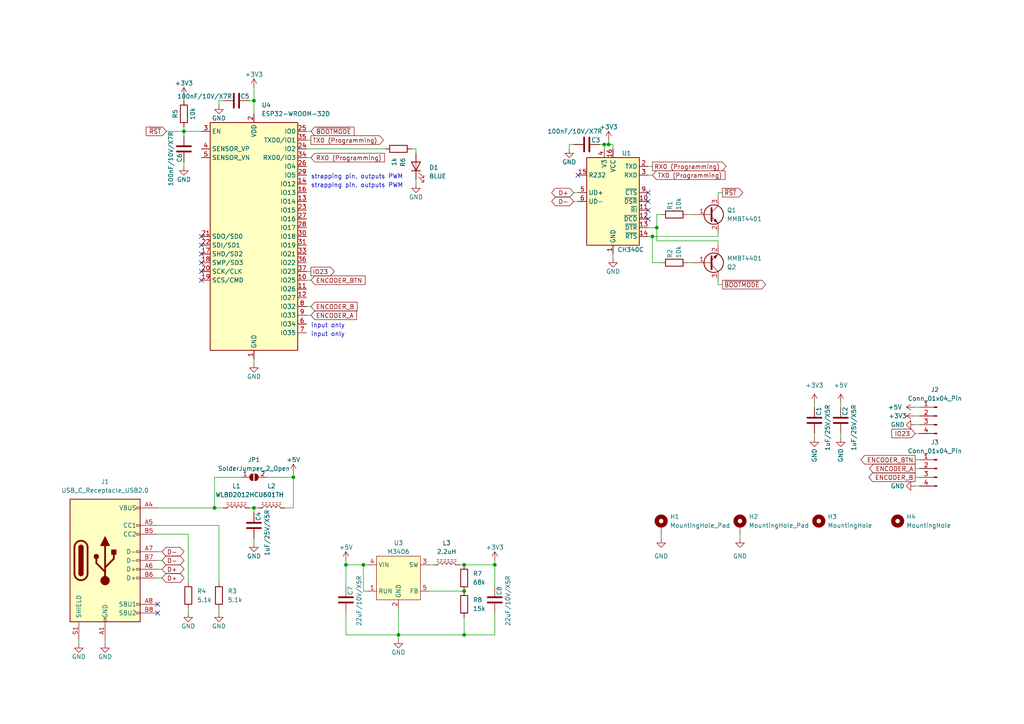
<source format=kicad_sch>
(kicad_sch (version 20231120) (generator "eeschema") (generator_version "8.0")
  (paper "A4")
  (lib_symbols
    (symbol "Connector:Conn_01x04_Pin" (pin_names (offset 1.016) hide)
      (property "Reference" "J" (at 0 5.08 0))
      (property "Value" "Conn_01x04_Pin" (at 0 -7.62 0))
      (symbol "Conn_01x04_Pin_1_1"
        (polyline (pts (xy 1.27 -5.08) (xy 0.8636 -5.08)) (stroke (width 0.1524)))
        (polyline (pts (xy 1.27 -2.54) (xy 0.8636 -2.54)) (stroke (width 0.1524)))
        (polyline (pts (xy 1.27 0) (xy 0.8636 0)) (stroke (width 0.1524)))
        (polyline (pts (xy 1.27 2.54) (xy 0.8636 2.54)) (stroke (width 0.1524)))
        (rectangle (start 0.8636 -4.953) (end 0 -5.207) (stroke (width 0.1524)) (fill (type outline)))
        (rectangle (start 0.8636 -2.413) (end 0 -2.667) (stroke (width 0.1524)) (fill (type outline)))
        (rectangle (start 0.8636 0.127) (end 0 -0.127) (stroke (width 0.1524)) (fill (type outline)))
        (rectangle (start 0.8636 2.667) (end 0 2.413) (stroke (width 0.1524)) (fill (type outline)))
        (pin passive line (at 5.08 2.54 180) (length 3.81) (name "Pin_1") (number "1"))
        (pin passive line (at 5.08 0 180) (length 3.81) (name "Pin_2") (number "2"))
        (pin passive line (at 5.08 -2.54 180) (length 3.81) (name "Pin_3") (number "3"))
        (pin passive line (at 5.08 -5.08 180) (length 3.81) (name "Pin_4") (number "4"))
      )
    )
    (symbol "Connector:USB_C_Receptacle_USB2.0" (pin_names (offset 1.016))
      (property "Reference" "J" (at -10.16 19.05 0))
      (property "Value" "USB_C_Receptacle_USB2.0" (at 19.05 19.05 0))
      (symbol "USB_C_Receptacle_USB2.0_0_0"
        (rectangle (start -0.254 -17.78) (end 0.254 -16.764))
        (rectangle (start 10.16 -14.986) (end 9.144 -15.494))
        (rectangle (start 10.16 -12.446) (end 9.144 -12.954))
        (rectangle (start 10.16 -4.826) (end 9.144 -5.334))
        (rectangle (start 10.16 -2.286) (end 9.144 -2.794))
        (rectangle (start 10.16 0.254) (end 9.144 -0.254))
        (rectangle (start 10.16 2.794) (end 9.144 2.286))
        (rectangle (start 10.16 7.874) (end 9.144 7.366))
        (rectangle (start 10.16 10.414) (end 9.144 9.906))
        (rectangle (start 10.16 15.494) (end 9.144 14.986))
      )
      (symbol "USB_C_Receptacle_USB2.0_0_1"
        (rectangle (start -10.16 17.78) (end 10.16 -17.78) (stroke (width 0.254)) (fill (type background)))
        (arc (start -8.89 -3.81) (mid -6.985 -5.7067) (end -5.08 -3.81) (stroke (width 0.508)))
        (arc (start -7.62 -3.81) (mid -6.985 -4.4423) (end -6.35 -3.81) (stroke (width 0.254)))
        (arc (start -7.62 -3.81) (mid -6.985 -4.4423) (end -6.35 -3.81) (stroke (width 0.254)) (fill (type outline)))
        (rectangle (start -7.62 -3.81) (end -6.35 3.81) (stroke (width 0.254)) (fill (type outline)))
        (arc (start -6.35 3.81) (mid -6.985 4.4423) (end -7.62 3.81) (stroke (width 0.254)))
        (arc (start -6.35 3.81) (mid -6.985 4.4423) (end -7.62 3.81) (stroke (width 0.254)) (fill (type outline)))
        (arc (start -5.08 3.81) (mid -6.985 5.7067) (end -8.89 3.81) (stroke (width 0.508)))
        (circle (center -2.54 1.143) (radius 0.635) (stroke (width 0.254)) (fill (type outline)))
        (circle (center 0 -5.842) (radius 1.27) (fill (type outline)))
        (polyline (pts (xy -8.89 -3.81) (xy -8.89 3.81)) (stroke (width 0.508)))
        (polyline (pts (xy -5.08 3.81) (xy -5.08 -3.81)) (stroke (width 0.508)))
        (polyline (pts (xy 0 -5.842) (xy 0 4.318)) (stroke (width 0.508)))
        (polyline (pts (xy 0 -3.302) (xy -2.54 -0.762) (xy -2.54 0.508)) (stroke (width 0.508)))
        (polyline (pts (xy 0 -2.032) (xy 2.54 0.508) (xy 2.54 1.778)) (stroke (width 0.508)))
        (polyline (pts (xy -1.27 4.318) (xy 0 6.858) (xy 1.27 4.318) (xy -1.27 4.318)) (stroke (width 0.254)) (fill (type outline)))
        (rectangle (start 1.905 1.778) (end 3.175 3.048) (stroke (width 0.254)) (fill (type outline)))
      )
      (symbol "USB_C_Receptacle_USB2.0_1_1"
        (pin passive line (at 0 -22.86 90) (length 5.08) (name "GND") (number "A1"))
        (pin passive line (at 0 -22.86 90) (length 5.08) hide (name "GND") (number "A12"))
        (pin passive line (at 15.24 15.24 180) (length 5.08) (name "VBUS") (number "A4"))
        (pin bidirectional line (at 15.24 10.16 180) (length 5.08) (name "CC1") (number "A5"))
        (pin bidirectional line (at 15.24 -2.54 180) (length 5.08) (name "D+") (number "A6"))
        (pin bidirectional line (at 15.24 2.54 180) (length 5.08) (name "D-") (number "A7"))
        (pin bidirectional line (at 15.24 -12.7 180) (length 5.08) (name "SBU1") (number "A8"))
        (pin passive line (at 15.24 15.24 180) (length 5.08) hide (name "VBUS") (number "A9"))
        (pin passive line (at 0 -22.86 90) (length 5.08) hide (name "GND") (number "B1"))
        (pin passive line (at 0 -22.86 90) (length 5.08) hide (name "GND") (number "B12"))
        (pin passive line (at 15.24 15.24 180) (length 5.08) hide (name "VBUS") (number "B4"))
        (pin bidirectional line (at 15.24 7.62 180) (length 5.08) (name "CC2") (number "B5"))
        (pin bidirectional line (at 15.24 -5.08 180) (length 5.08) (name "D+") (number "B6"))
        (pin bidirectional line (at 15.24 0 180) (length 5.08) (name "D-") (number "B7"))
        (pin bidirectional line (at 15.24 -15.24 180) (length 5.08) (name "SBU2") (number "B8"))
        (pin passive line (at 15.24 15.24 180) (length 5.08) hide (name "VBUS") (number "B9"))
        (pin passive line (at -7.62 -22.86 90) (length 5.08) (name "SHIELD") (number "S1"))
      )
    )
    (symbol "Device:C" (pin_numbers hide) (pin_names (offset 0.254))
      (property "Reference" "C" (at 0.635 2.54 0))
      (property "Value" "C" (at 0.635 -2.54 0))
      (symbol "C_0_1"
        (polyline (pts (xy -2.032 -0.762) (xy 2.032 -0.762)) (stroke (width 0.508)))
        (polyline (pts (xy -2.032 0.762) (xy 2.032 0.762)) (stroke (width 0.508)))
      )
      (symbol "C_1_1"
        (pin passive line (at 0 3.81 270) (length 2.794) (name "~") (number "1"))
        (pin passive line (at 0 -3.81 90) (length 2.794) (name "~") (number "2"))
      )
    )
    (symbol "Device:LED" (pin_numbers hide) (pin_names (offset 1.016) hide)
      (property "Reference" "D" (at 0 2.54 0))
      (property "Value" "LED" (at 0 -2.54 0))
      (symbol "LED_0_1"
        (polyline (pts (xy -1.27 -1.27) (xy -1.27 1.27)) (stroke (width 0.254)))
        (polyline (pts (xy -1.27 0) (xy 1.27 0)))
        (polyline (pts (xy 1.27 -1.27) (xy 1.27 1.27) (xy -1.27 0) (xy 1.27 -1.27)) (stroke (width 0.254)))
        (polyline (pts (xy -3.048 -0.762) (xy -4.572 -2.286) (xy -3.81 -2.286) (xy -4.572 -2.286) (xy -4.572 -1.524)))
        (polyline (pts (xy -1.778 -0.762) (xy -3.302 -2.286) (xy -2.54 -2.286) (xy -3.302 -2.286) (xy -3.302 -1.524)))
      )
      (symbol "LED_1_1"
        (pin passive line (at -3.81 0 0) (length 2.54) (name "K") (number "1"))
        (pin passive line (at 3.81 0 180) (length 2.54) (name "A") (number "2"))
      )
    )
    (symbol "Device:L_Ferrite" (pin_numbers hide) (pin_names (offset 1.016) hide)
      (property "Reference" "L" (at -1.27 0 90))
      (property "Value" "L_Ferrite" (at 2.794 0 90))
      (symbol "L_Ferrite_0_1"
        (arc (start 0 -2.54) (mid 0.6323 -1.905) (end 0 -1.27))
        (arc (start 0 -1.27) (mid 0.6323 -0.635) (end 0 0))
        (polyline (pts (xy 1.016 -2.794) (xy 1.016 -2.286)))
        (polyline (pts (xy 1.016 -1.778) (xy 1.016 -1.27)))
        (polyline (pts (xy 1.016 -0.762) (xy 1.016 -0.254)))
        (polyline (pts (xy 1.016 0.254) (xy 1.016 0.762)))
        (polyline (pts (xy 1.016 1.27) (xy 1.016 1.778)))
        (polyline (pts (xy 1.016 2.286) (xy 1.016 2.794)))
        (polyline (pts (xy 1.524 -2.286) (xy 1.524 -2.794)))
        (polyline (pts (xy 1.524 -1.27) (xy 1.524 -1.778)))
        (polyline (pts (xy 1.524 -0.254) (xy 1.524 -0.762)))
        (polyline (pts (xy 1.524 0.762) (xy 1.524 0.254)))
        (polyline (pts (xy 1.524 1.778) (xy 1.524 1.27)))
        (polyline (pts (xy 1.524 2.794) (xy 1.524 2.286)))
        (arc (start 0 0) (mid 0.6323 0.635) (end 0 1.27))
        (arc (start 0 1.27) (mid 0.6323 1.905) (end 0 2.54))
      )
      (symbol "L_Ferrite_1_1"
        (pin passive line (at 0 3.81 270) (length 1.27) (name "1") (number "1"))
        (pin passive line (at 0 -3.81 90) (length 1.27) (name "2") (number "2"))
      )
    )
    (symbol "Device:Q_NPN_BEC" (pin_names (offset 0) hide)
      (property "Reference" "Q" (at 5.08 1.27 0))
      (property "Value" "Q_NPN_BEC" (at 5.08 -1.27 0))
      (symbol "Q_NPN_BEC_0_1"
        (polyline (pts (xy 0.635 0.635) (xy 2.54 2.54)))
        (polyline (pts (xy 0.635 -0.635) (xy 2.54 -2.54) (xy 2.54 -2.54)))
        (polyline (pts (xy 0.635 1.905) (xy 0.635 -1.905) (xy 0.635 -1.905)) (stroke (width 0.508)))
        (polyline (pts (xy 1.27 -1.778) (xy 1.778 -1.27) (xy 2.286 -2.286) (xy 1.27 -1.778) (xy 1.27 -1.778)) (fill (type outline)))
        (circle (center 1.27 0) (radius 2.8194) (stroke (width 0.254)))
      )
      (symbol "Q_NPN_BEC_1_1"
        (pin input line (at -5.08 0 0) (length 5.715) (name "B") (number "1"))
        (pin passive line (at 2.54 -5.08 90) (length 2.54) (name "E") (number "2"))
        (pin passive line (at 2.54 5.08 270) (length 2.54) (name "C") (number "3"))
      )
    )
    (symbol "Device:R" (pin_numbers hide) (pin_names (offset 0))
      (property "Reference" "R" (at 2.032 0 90))
      (property "Value" "R" (at 0 0 90))
      (symbol "R_0_1"
        (rectangle (start -1.016 -2.54) (end 1.016 2.54) (stroke (width 0.254)))
      )
      (symbol "R_1_1"
        (pin passive line (at 0 3.81 270) (length 1.27) (name "~") (number "1"))
        (pin passive line (at 0 -3.81 90) (length 1.27) (name "~") (number "2"))
      )
    )
    (symbol "Interface_USB:CH340C"
      (property "Reference" "U" (at -5.08 13.97 0))
      (property "Value" "CH340C" (at 1.27 13.97 0))
      (symbol "CH340C_0_1"
        (rectangle (start -7.62 12.7) (end 7.62 -12.7) (stroke (width 0.254)) (fill (type background)))
      )
      (symbol "CH340C_1_1"
        (pin power_in line (at 0 -15.24 90) (length 2.54) (name "GND") (number "1"))
        (pin input line (at 10.16 0 180) (length 2.54) (name "~{DSR}") (number "10"))
        (pin input line (at 10.16 -2.54 180) (length 2.54) (name "~{RI}") (number "11"))
        (pin input line (at 10.16 -5.08 180) (length 2.54) (name "~{DCD}") (number "12"))
        (pin output line (at 10.16 -7.62 180) (length 2.54) (name "~{DTR}") (number "13"))
        (pin output line (at 10.16 -10.16 180) (length 2.54) (name "~{RTS}") (number "14"))
        (pin input line (at -10.16 7.62 0) (length 2.54) (name "R232") (number "15"))
        (pin power_in line (at 0 15.24 270) (length 2.54) (name "VCC") (number "16"))
        (pin output line (at 10.16 10.16 180) (length 2.54) (name "TXD") (number "2"))
        (pin input line (at 10.16 7.62 180) (length 2.54) (name "RXD") (number "3"))
        (pin passive line (at -2.54 15.24 270) (length 2.54) (name "V3") (number "4"))
        (pin bidirectional line (at -10.16 2.54 0) (length 2.54) (name "UD+") (number "5"))
        (pin bidirectional line (at -10.16 0 0) (length 2.54) (name "UD-") (number "6"))
        (pin no_connect line (at -7.62 -7.62 0) (length 2.54) hide (name "NC") (number "7"))
        (pin no_connect line (at -7.62 -10.16 0) (length 2.54) hide (name "NC") (number "8"))
        (pin input line (at 10.16 2.54 180) (length 2.54) (name "~{CTS}") (number "9"))
      )
    )
    (symbol "Jumper:SolderJumper_2_Open" (pin_names (offset 0) hide)
      (property "Reference" "JP" (at 0 2.032 0))
      (property "Value" "SolderJumper_2_Open" (at 0 -2.54 0))
      (symbol "SolderJumper_2_Open_0_1"
        (arc (start -0.254 1.016) (mid -1.2656 0) (end -0.254 -1.016))
        (arc (start -0.254 1.016) (mid -1.2656 0) (end -0.254 -1.016) (fill (type outline)))
        (polyline (pts (xy -0.254 1.016) (xy -0.254 -1.016)))
        (polyline (pts (xy 0.254 1.016) (xy 0.254 -1.016)))
        (arc (start 0.254 -1.016) (mid 1.2656 0) (end 0.254 1.016))
        (arc (start 0.254 -1.016) (mid 1.2656 0) (end 0.254 1.016) (fill (type outline)))
      )
      (symbol "SolderJumper_2_Open_1_1"
        (pin passive line (at -3.81 0 0) (length 2.54) (name "A") (number "1"))
        (pin passive line (at 3.81 0 180) (length 2.54) (name "B") (number "2"))
      )
    )
    (symbol "Mechanical:MountingHole" (pin_names (offset 1.016))
      (property "Reference" "H" (at 0 5.08 0))
      (property "Value" "MountingHole" (at 0 3.175 0))
      (symbol "MountingHole_0_1"
        (circle (center 0 0) (radius 1.27) (stroke (width 1.27)))
      )
    )
    (symbol "Mechanical:MountingHole_Pad" (pin_numbers hide) (pin_names (offset 1.016) hide)
      (property "Reference" "H" (at 0 6.35 0))
      (property "Value" "MountingHole_Pad" (at 0 4.445 0))
      (symbol "MountingHole_Pad_0_1"
        (circle (center 0 1.27) (radius 1.27) (stroke (width 1.27)))
      )
      (symbol "MountingHole_Pad_1_1"
        (pin input line (at 0 -2.54 90) (length 2.54) (name "1") (number "1"))
      )
    )
    (symbol "RF_Module:ESP32-WROOM-32D"
      (property "Reference" "U" (at -12.7 34.29 0))
      (property "Value" "ESP32-WROOM-32D" (at 1.27 34.29 0))
      (symbol "ESP32-WROOM-32D_0_1"
        (rectangle (start -12.7 33.02) (end 12.7 -33.02) (stroke (width 0.254)) (fill (type background)))
      )
      (symbol "ESP32-WROOM-32D_1_1"
        (pin power_in line (at 0 -35.56 90) (length 2.54) (name "GND") (number "1"))
        (pin bidirectional line (at 15.24 -12.7 180) (length 2.54) (name "IO25") (number "10"))
        (pin bidirectional line (at 15.24 -15.24 180) (length 2.54) (name "IO26") (number "11"))
        (pin bidirectional line (at 15.24 -17.78 180) (length 2.54) (name "IO27") (number "12"))
        (pin bidirectional line (at 15.24 10.16 180) (length 2.54) (name "IO14") (number "13"))
        (pin bidirectional line (at 15.24 15.24 180) (length 2.54) (name "IO12") (number "14"))
        (pin passive line (at 0 -35.56 90) (length 2.54) hide (name "GND") (number "15"))
        (pin bidirectional line (at 15.24 12.7 180) (length 2.54) (name "IO13") (number "16"))
        (pin bidirectional line (at -15.24 -5.08 0) (length 2.54) (name "SHD/SD2") (number "17"))
        (pin bidirectional line (at -15.24 -7.62 0) (length 2.54) (name "SWP/SD3") (number "18"))
        (pin bidirectional line (at -15.24 -12.7 0) (length 2.54) (name "SCS/CMD") (number "19"))
        (pin power_in line (at 0 35.56 270) (length 2.54) (name "VDD") (number "2"))
        (pin bidirectional line (at -15.24 -10.16 0) (length 2.54) (name "SCK/CLK") (number "20"))
        (pin bidirectional line (at -15.24 0 0) (length 2.54) (name "SDO/SD0") (number "21"))
        (pin bidirectional line (at -15.24 -2.54 0) (length 2.54) (name "SDI/SD1") (number "22"))
        (pin bidirectional line (at 15.24 7.62 180) (length 2.54) (name "IO15") (number "23"))
        (pin bidirectional line (at 15.24 25.4 180) (length 2.54) (name "IO2") (number "24"))
        (pin bidirectional line (at 15.24 30.48 180) (length 2.54) (name "IO0") (number "25"))
        (pin bidirectional line (at 15.24 20.32 180) (length 2.54) (name "IO4") (number "26"))
        (pin bidirectional line (at 15.24 5.08 180) (length 2.54) (name "IO16") (number "27"))
        (pin bidirectional line (at 15.24 2.54 180) (length 2.54) (name "IO17") (number "28"))
        (pin bidirectional line (at 15.24 17.78 180) (length 2.54) (name "IO5") (number "29"))
        (pin input line (at -15.24 30.48 0) (length 2.54) (name "EN") (number "3"))
        (pin bidirectional line (at 15.24 0 180) (length 2.54) (name "IO18") (number "30"))
        (pin bidirectional line (at 15.24 -2.54 180) (length 2.54) (name "IO19") (number "31"))
        (pin no_connect line (at -12.7 -27.94 0) (length 2.54) hide (name "NC") (number "32"))
        (pin bidirectional line (at 15.24 -5.08 180) (length 2.54) (name "IO21") (number "33"))
        (pin bidirectional line (at 15.24 22.86 180) (length 2.54) (name "RXD0/IO3") (number "34"))
        (pin bidirectional line (at 15.24 27.94 180) (length 2.54) (name "TXD0/IO1") (number "35"))
        (pin bidirectional line (at 15.24 -7.62 180) (length 2.54) (name "IO22") (number "36"))
        (pin bidirectional line (at 15.24 -10.16 180) (length 2.54) (name "IO23") (number "37"))
        (pin passive line (at 0 -35.56 90) (length 2.54) hide (name "GND") (number "38"))
        (pin passive line (at 0 -35.56 90) (length 2.54) hide (name "GND") (number "39"))
        (pin input line (at -15.24 25.4 0) (length 2.54) (name "SENSOR_VP") (number "4"))
        (pin input line (at -15.24 22.86 0) (length 2.54) (name "SENSOR_VN") (number "5"))
        (pin input line (at 15.24 -25.4 180) (length 2.54) (name "IO34") (number "6"))
        (pin input line (at 15.24 -27.94 180) (length 2.54) (name "IO35") (number "7"))
        (pin bidirectional line (at 15.24 -20.32 180) (length 2.54) (name "IO32") (number "8"))
        (pin bidirectional line (at 15.24 -22.86 180) (length 2.54) (name "IO33") (number "9"))
      )
    )
    (symbol "Station:M3406"
      (property "Reference" "U" (at 3.81 7.62 0))
      (property "Value" "M3406" (at 5.08 -7.62 0))
      (symbol "M3406_1_1"
        (rectangle (start -6.35 6.35) (end 6.35 -6.35) (fill (type background)))
        (pin input line (at -8.89 -3.81 0) (length 2.54) (name "RUN") (number "1"))
        (pin power_in line (at 0 -8.89 90) (length 2.54) (name "GND") (number "2"))
        (pin power_out line (at 8.89 3.81 180) (length 2.54) (name "SW") (number "3"))
        (pin power_in line (at -8.89 3.81 0) (length 2.54) (name "VIN") (number "4"))
        (pin input line (at 8.89 -3.81 180) (length 2.54) (name "FB") (number "5"))
      )
    )
    (symbol "power:+3V3" (power) (pin_names (offset 0))
      (property "Value" "+3V3" (at 0 3.556 0))
      (symbol "+3V3_0_1"
        (polyline (pts (xy -0.762 1.27) (xy 0 2.54)))
        (polyline (pts (xy 0 0) (xy 0 2.54)))
        (polyline (pts (xy 0 2.54) (xy 0.762 1.27)))
      )
      (symbol "+3V3_1_1"
        (pin power_in line (at 0 0 90) (length 0) hide (name "+3V3") (number "1"))
      )
    )
    (symbol "power:+5V" (power) (pin_names (offset 0))
      (property "Value" "+5V" (at 0 3.556 0))
      (symbol "+5V_0_1"
        (polyline (pts (xy -0.762 1.27) (xy 0 2.54)))
        (polyline (pts (xy 0 0) (xy 0 2.54)))
        (polyline (pts (xy 0 2.54) (xy 0.762 1.27)))
      )
      (symbol "+5V_1_1"
        (pin power_in line (at 0 0 90) (length 0) hide (name "+5V") (number "1"))
      )
    )
    (symbol "power:GND" (power) (pin_names (offset 0))
      (property "Value" "GND" (at 0 -3.81 0))
      (symbol "GND_0_1"
        (polyline (pts (xy 0 0) (xy 0 -1.27) (xy 1.27 -1.27) (xy 0 -2.54) (xy -1.27 -1.27) (xy 0 -1.27)))
      )
      (symbol "GND_1_1"
        (pin power_in line (at 0 0 270) (length 0) hide (name "GND") (number "1"))
      )
    )
  )
  (junction (at 143.51 163.83))
  (junction (at 100.33 163.83))
  (junction (at 62.23 147.32))
  (junction (at 134.62 184.15))
  (junction (at 73.66 147.32))
  (junction (at 190.5 66.04))
  (junction (at 175.26 41.91))
  (junction (at 53.34 38.1))
  (junction (at 176.53 41.91))
  (junction (at 134.62 171.45))
  (junction (at 105.41 163.83))
  (junction (at 189.23 68.58))
  (junction (at 85.09 138.43))
  (junction (at 134.62 163.83))
  (junction (at 115.57 184.15))
  (junction (at 73.66 29.21))
  (no_connect (at 167.64 50.8))
  (no_connect (at 58.42 73.66))
  (no_connect (at 58.42 71.12))
  (no_connect (at 187.96 60.96))
  (no_connect (at 45.72 177.8))
  (no_connect (at 58.42 81.28))
  (no_connect (at 187.96 55.88))
  (no_connect (at 187.96 58.42))
  (no_connect (at 58.42 68.58))
  (no_connect (at 187.96 63.5))
  (no_connect (at 58.42 78.74))
  (no_connect (at 45.72 175.26))
  (no_connect (at 58.42 76.2))
  (wire (pts (xy 134.62 163.83) (xy 143.51 163.83)))
  (wire (pts (xy 243.84 127) (xy 243.84 125.73)))
  (wire (pts (xy 105.41 171.45) (xy 105.41 163.83)))
  (wire (pts (xy 53.34 36.83) (xy 53.34 38.1)))
  (wire (pts (xy 45.72 147.32) (xy 62.23 147.32)))
  (wire (pts (xy 208.28 68.58) (xy 208.28 67.31)))
  (wire (pts (xy 208.28 55.88) (xy 208.28 57.15)))
  (wire (pts (xy 90.17 81.28) (xy 88.9 81.28)))
  (wire (pts (xy 143.51 163.83) (xy 143.51 170.18)))
  (wire (pts (xy 265.43 125.73) (xy 266.7 125.73)))
  (wire (pts (xy 100.33 163.83) (xy 105.41 163.83)))
  (wire (pts (xy 175.26 43.18) (xy 175.26 41.91)))
  (wire (pts (xy 187.96 50.8) (xy 189.23 50.8)))
  (wire (pts (xy 190.5 69.85) (xy 190.5 66.04)))
  (wire (pts (xy 88.9 38.1) (xy 90.17 38.1)))
  (wire (pts (xy 73.66 147.32) (xy 73.66 148.59)))
  (wire (pts (xy 72.39 29.21) (xy 73.66 29.21)))
  (wire (pts (xy 45.72 165.1) (xy 46.99 165.1)))
  (wire (pts (xy 208.28 69.85) (xy 190.5 69.85)))
  (wire (pts (xy 22.86 185.42) (xy 22.86 186.69)))
  (wire (pts (xy 82.55 147.32) (xy 85.09 147.32)))
  (wire (pts (xy 63.5 29.21) (xy 64.77 29.21)))
  (wire (pts (xy 90.17 45.72) (xy 88.9 45.72)))
  (wire (pts (xy 45.72 154.94) (xy 54.61 154.94)))
  (wire (pts (xy 30.48 185.42) (xy 30.48 186.69)))
  (wire (pts (xy 265.43 138.43) (xy 266.7 138.43)))
  (wire (pts (xy 208.28 82.55) (xy 209.55 82.55)))
  (wire (pts (xy 53.34 27.94) (xy 53.34 29.21)))
  (wire (pts (xy 199.39 62.23) (xy 200.66 62.23)))
  (wire (pts (xy 120.65 52.07) (xy 120.65 53.34)))
  (wire (pts (xy 100.33 162.56) (xy 100.33 163.83)))
  (wire (pts (xy 199.39 76.2) (xy 200.66 76.2)))
  (wire (pts (xy 124.46 163.83) (xy 125.73 163.83)))
  (wire (pts (xy 72.39 147.32) (xy 73.66 147.32)))
  (wire (pts (xy 265.43 135.89) (xy 266.7 135.89)))
  (wire (pts (xy 73.66 105.41) (xy 73.66 104.14)))
  (wire (pts (xy 45.72 152.4) (xy 63.5 152.4)))
  (wire (pts (xy 208.28 81.28) (xy 208.28 82.55)))
  (wire (pts (xy 115.57 184.15) (xy 100.33 184.15)))
  (wire (pts (xy 69.85 138.43) (xy 62.23 138.43)))
  (wire (pts (xy 191.77 156.21) (xy 191.77 154.94)))
  (wire (pts (xy 134.62 184.15) (xy 134.62 179.07)))
  (wire (pts (xy 176.53 40.64) (xy 176.53 41.91)))
  (wire (pts (xy 166.37 58.42) (xy 167.64 58.42)))
  (wire (pts (xy 115.57 176.53) (xy 115.57 184.15)))
  (wire (pts (xy 189.23 68.58) (xy 208.28 68.58)))
  (wire (pts (xy 187.96 68.58) (xy 189.23 68.58)))
  (wire (pts (xy 115.57 184.15) (xy 134.62 184.15)))
  (wire (pts (xy 187.96 66.04) (xy 190.5 66.04)))
  (wire (pts (xy 214.63 156.21) (xy 214.63 154.94)))
  (wire (pts (xy 236.22 116.84) (xy 236.22 118.11)))
  (wire (pts (xy 115.57 184.15) (xy 115.57 185.42)))
  (wire (pts (xy 73.66 147.32) (xy 74.93 147.32)))
  (wire (pts (xy 100.33 177.8) (xy 100.33 184.15)))
  (wire (pts (xy 48.26 38.1) (xy 53.34 38.1)))
  (wire (pts (xy 265.43 140.97) (xy 266.7 140.97)))
  (wire (pts (xy 62.23 147.32) (xy 64.77 147.32)))
  (wire (pts (xy 165.1 41.91) (xy 165.1 43.18)))
  (wire (pts (xy 265.43 120.65) (xy 266.7 120.65)))
  (wire (pts (xy 53.34 38.1) (xy 53.34 39.37)))
  (wire (pts (xy 177.8 41.91) (xy 177.8 43.18)))
  (wire (pts (xy 208.28 69.85) (xy 208.28 71.12)))
  (wire (pts (xy 90.17 40.64) (xy 88.9 40.64)))
  (wire (pts (xy 208.28 55.88) (xy 209.55 55.88)))
  (wire (pts (xy 88.9 43.18) (xy 111.76 43.18)))
  (wire (pts (xy 45.72 167.64) (xy 46.99 167.64)))
  (wire (pts (xy 173.99 41.91) (xy 175.26 41.91)))
  (wire (pts (xy 54.61 154.94) (xy 54.61 168.91)))
  (wire (pts (xy 90.17 78.74) (xy 88.9 78.74)))
  (wire (pts (xy 45.72 160.02) (xy 46.99 160.02)))
  (wire (pts (xy 62.23 138.43) (xy 62.23 147.32)))
  (wire (pts (xy 175.26 41.91) (xy 176.53 41.91)))
  (wire (pts (xy 100.33 170.18) (xy 100.33 163.83)))
  (wire (pts (xy 265.43 118.11) (xy 266.7 118.11)))
  (wire (pts (xy 120.65 43.18) (xy 120.65 44.45)))
  (wire (pts (xy 243.84 116.84) (xy 243.84 118.11)))
  (wire (pts (xy 187.96 48.26) (xy 189.23 48.26)))
  (wire (pts (xy 63.5 152.4) (xy 63.5 168.91)))
  (wire (pts (xy 177.8 73.66) (xy 177.8 74.93)))
  (wire (pts (xy 166.37 55.88) (xy 167.64 55.88)))
  (wire (pts (xy 90.17 91.44) (xy 88.9 91.44)))
  (wire (pts (xy 165.1 41.91) (xy 166.37 41.91)))
  (wire (pts (xy 73.66 25.4) (xy 73.66 29.21)))
  (wire (pts (xy 189.23 76.2) (xy 189.23 68.58)))
  (wire (pts (xy 143.51 184.15) (xy 143.51 177.8)))
  (wire (pts (xy 119.38 43.18) (xy 120.65 43.18)))
  (wire (pts (xy 191.77 76.2) (xy 189.23 76.2)))
  (wire (pts (xy 77.47 138.43) (xy 85.09 138.43)))
  (wire (pts (xy 53.34 38.1) (xy 58.42 38.1)))
  (wire (pts (xy 265.43 133.35) (xy 266.7 133.35)))
  (wire (pts (xy 190.5 66.04) (xy 190.5 62.23)))
  (wire (pts (xy 53.34 48.26) (xy 53.34 46.99)))
  (wire (pts (xy 190.5 62.23) (xy 191.77 62.23)))
  (wire (pts (xy 133.35 163.83) (xy 134.62 163.83)))
  (wire (pts (xy 73.66 157.48) (xy 73.66 156.21)))
  (wire (pts (xy 90.17 88.9) (xy 88.9 88.9)))
  (wire (pts (xy 106.68 171.45) (xy 105.41 171.45)))
  (wire (pts (xy 143.51 162.56) (xy 143.51 163.83)))
  (wire (pts (xy 45.72 162.56) (xy 46.99 162.56)))
  (wire (pts (xy 85.09 138.43) (xy 85.09 137.16)))
  (wire (pts (xy 176.53 41.91) (xy 177.8 41.91)))
  (wire (pts (xy 134.62 184.15) (xy 143.51 184.15)))
  (wire (pts (xy 265.43 123.19) (xy 266.7 123.19)))
  (wire (pts (xy 63.5 30.48) (xy 63.5 29.21)))
  (wire (pts (xy 63.5 176.53) (xy 63.5 177.8)))
  (wire (pts (xy 85.09 147.32) (xy 85.09 138.43)))
  (wire (pts (xy 73.66 29.21) (xy 73.66 33.02)))
  (wire (pts (xy 124.46 171.45) (xy 134.62 171.45)))
  (wire (pts (xy 236.22 127) (xy 236.22 125.73)))
  (wire (pts (xy 105.41 163.83) (xy 106.68 163.83)))
  (wire (pts (xy 54.61 176.53) (xy 54.61 177.8)))
  (text "strapping pin, outputs PWM\n" (at 90.17 52.07 0) (effects (font (size 1.27 1.27)) (justify left bottom)))
  (text "input only" (at 90.17 95.25 0) (effects (font (size 1.27 1.27)) (justify left bottom)))
  (text "strapping pin, outputs PWM\n" (at 90.17 54.61 0) (effects (font (size 1.27 1.27)) (justify left bottom)))
  (text "input only" (at 90.17 97.79 0) (effects (font (size 1.27 1.27)) (justify left bottom)))
  (global_label "~{BOOTMODE}" (shape input) (at 90.17 38.1 0) (property "Intersheetrefs" "${INTERSHEET_REFS}" (effects (hide yes))))
  (global_label "RX0 (Programming)" (shape input) (at 90.17 45.72 0) (property "Intersheetrefs" "${INTERSHEET_REFS}" (effects (hide yes))))
  (global_label "ENCODER_A" (shape output) (at 265.43 135.89 180) (property "Intersheetrefs" "${INTERSHEET_REFS}" (effects (hide yes))))
  (global_label "ENCODER_BTN" (shape output) (at 265.43 133.35 180) (property "Intersheetrefs" "${INTERSHEET_REFS}" (effects (hide yes))))
  (global_label "D-" (shape bidirectional) (at 166.37 58.42 180) (property "Intersheetrefs" "${INTERSHEET_REFS}" (effects (hide yes))))
  (global_label "IO23" (shape output) (at 90.17 78.74 0) (property "Intersheetrefs" "${INTERSHEET_REFS}" (effects (hide yes))))
  (global_label "ENCODER_BTN" (shape input) (at 90.17 81.28 0) (property "Intersheetrefs" "${INTERSHEET_REFS}" (effects (hide yes))))
  (global_label "ENCODER_A" (shape input) (at 90.17 91.44 0) (property "Intersheetrefs" "${INTERSHEET_REFS}" (effects (hide yes))))
  (global_label "TX0 (Programming)" (shape input) (at 189.23 50.8 0) (property "Intersheetrefs" "${INTERSHEET_REFS}" (effects (hide yes))))
  (global_label "~{BOOTMODE}" (shape output) (at 209.55 82.55 0) (property "Intersheetrefs" "${INTERSHEET_REFS}" (effects (hide yes))))
  (global_label "TX0 (Programming)" (shape output) (at 90.17 40.64 0) (property "Intersheetrefs" "${INTERSHEET_REFS}" (effects (hide yes))))
  (global_label "D-" (shape bidirectional) (at 46.99 160.02 0) (property "Intersheetrefs" "${INTERSHEET_REFS}" (effects (hide yes))))
  (global_label "IO23" (shape input) (at 265.43 125.73 180) (property "Intersheetrefs" "${INTERSHEET_REFS}" (effects (hide yes))))
  (global_label "ENCODER_B" (shape output) (at 265.43 138.43 180) (property "Intersheetrefs" "${INTERSHEET_REFS}" (effects (hide yes))))
  (global_label "RX0 (Programming)" (shape output) (at 189.23 48.26 0) (property "Intersheetrefs" "${INTERSHEET_REFS}" (effects (hide yes))))
  (global_label "D+" (shape bidirectional) (at 166.37 55.88 180) (property "Intersheetrefs" "${INTERSHEET_REFS}" (effects (hide yes))))
  (global_label "D+" (shape bidirectional) (at 46.99 167.64 0) (property "Intersheetrefs" "${INTERSHEET_REFS}" (effects (hide yes))))
  (global_label "~{RST}" (shape input) (at 48.26 38.1 180) (property "Intersheetrefs" "${INTERSHEET_REFS}" (effects (hide yes))))
  (global_label "D+" (shape bidirectional) (at 46.99 165.1 0) (property "Intersheetrefs" "${INTERSHEET_REFS}" (effects (hide yes))))
  (global_label "ENCODER_B" (shape input) (at 90.17 88.9 0) (property "Intersheetrefs" "${INTERSHEET_REFS}" (effects (hide yes))))
  (global_label "D-" (shape bidirectional) (at 46.99 162.56 0) (property "Intersheetrefs" "${INTERSHEET_REFS}" (effects (hide yes))))
  (global_label "~{RST}" (shape output) (at 209.55 55.88 0) (property "Intersheetrefs" "${INTERSHEET_REFS}" (effects (hide yes))))
  (symbol (lib_id "Device:C") (at 53.34 43.18 180) (unit 1)
    (property "Reference" "C6" (at 52.07 44.45 90) (effects (justify left)))
    (property "Value" "100nF/10V/X7R" (at 49.53 38.1 90) (effects (justify left)))
    (property "Footprint" "Capacitor_SMD:C_0603_1608Metric" (effects (hide yes)))
  )
  (symbol (lib_id "power:GND") (at 54.61 177.8 0) (unit 1)
    (property "Reference" "#PWR011" (effects (hide yes)))
    (property "Value" "GND" (at 54.61 181.61 0))
  )
  (symbol (lib_id "power:GND") (at 243.84 127 0) (unit 1)
    (property "Reference" "#PWR021" (effects (hide yes)))
    (property "Value" "GND" (at 243.84 132.08 90))
  )
  (symbol (lib_id "Station:M3406") (at 115.57 167.64 0) (unit 1)
    (property "Reference" "U3" (at 115.57 157.48 0))
    (property "Value" "M3406" (at 115.57 160.02 0))
    (property "Footprint" "Package_TO_SOT_SMD:SOT-23-5" (effects (hide yes)))
    (property "Datasheet" "https://datasheet.lcsc.com/lcsc/2304140030_XI-AN-Aerosemi-Tech-M3406-ADJ_C83224.pdf" (effects (hide yes)))
  )
  (symbol (lib_id "power:GND") (at 214.63 156.21 0) (unit 1)
    (property "Reference" "#PWR03" (effects (hide yes)))
    (property "Value" "GND" (at 214.63 161.29 0))
  )
  (symbol (lib_id "Device:R") (at 63.5 172.72 0) (unit 1)
    (property "Reference" "R3" (at 66.04 171.45 0) (effects (justify left)))
    (property "Value" "5.1k" (at 66.04 173.99 0) (effects (justify left)))
    (property "Footprint" "Resistor_SMD:R_0603_1608Metric" (effects (hide yes)))
  )
  (symbol (lib_id "Device:R") (at 53.34 33.02 180) (unit 1)
    (property "Reference" "R5" (at 50.8 33.02 90))
    (property "Value" "10k" (at 55.88 33.02 90))
    (property "Footprint" "Resistor_SMD:R_0603_1608Metric" (effects (hide yes)))
  )
  (symbol (lib_id "power:+3V3") (at 73.66 25.4 0) (unit 1)
    (property "Reference" "#PWR031" (effects (hide yes)))
    (property "Value" "+3V3" (at 73.66 21.59 0))
  )
  (symbol (lib_id "Device:C") (at 68.58 29.21 90) (unit 1)
    (property "Reference" "C5" (at 72.39 27.94 90) (effects (justify left)))
    (property "Value" "100nF/10V/X7R" (at 67.31 27.94 90) (effects (justify left)))
    (property "Footprint" "Capacitor_SMD:C_0603_1608Metric" (effects (hide yes)))
  )
  (symbol (lib_id "Connector:Conn_01x04_Pin") (at 271.78 120.65 0) (mirror y) (unit 1)
    (property "Reference" "J2" (at 271.145 113.03 0))
    (property "Value" "Conn_01x04_Pin" (at 271.145 115.57 0))
    (property "Footprint" "Connector_PinHeader_2.54mm:PinHeader_1x04_P2.54mm_Vertical" (effects (hide yes)))
  )
  (symbol (lib_id "power:GND") (at 63.5 30.48 0) (unit 1)
    (property "Reference" "#PWR030" (effects (hide yes)))
    (property "Value" "GND" (at 63.5 34.29 0))
  )
  (symbol (lib_id "Connector:Conn_01x04_Pin") (at 271.78 135.89 0) (mirror y) (unit 1)
    (property "Reference" "J3" (at 271.145 128.27 0))
    (property "Value" "Conn_01x04_Pin" (at 271.145 130.81 0))
    (property "Footprint" "Connector_PinHeader_2.54mm:PinHeader_1x04_P2.54mm_Vertical" (effects (hide yes)))
  )
  (symbol (lib_id "Connector:USB_C_Receptacle_USB2.0") (at 30.48 162.56 0) (unit 1)
    (property "Reference" "J1" (at 30.48 139.7 0))
    (property "Value" "USB_C_Receptacle_USB2.0" (at 30.48 142.24 0))
    (property "Footprint" "Connector_USB:USB_C_Receptacle_HRO_TYPE-C-31-M-12" (effects (hide yes)))
    (property "Datasheet" "https://www.usb.org/sites/default/files/documents/usb_type-c.zip" (effects (hide yes)))
  )
  (symbol (lib_id "power:GND") (at 120.65 53.34 0) (unit 1)
    (property "Reference" "#PWR033" (effects (hide yes)))
    (property "Value" "GND" (at 120.65 57.15 0))
  )
  (symbol (lib_id "power:GND") (at 115.57 185.42 0) (unit 1)
    (property "Reference" "#PWR019" (effects (hide yes)))
    (property "Value" "GND" (at 115.57 189.23 0))
  )
  (symbol (lib_id "power:GND") (at 191.77 156.21 0) (unit 1)
    (property "Reference" "#PWR01" (effects (hide yes)))
    (property "Value" "GND" (at 191.77 161.29 0))
  )
  (symbol (lib_id "power:+5V") (at 85.09 137.16 0) (unit 1)
    (property "Reference" "#PWR010" (effects (hide yes)))
    (property "Value" "+5V" (at 85.09 133.35 0))
  )
  (symbol (lib_id "power:+3V3") (at 236.22 116.84 0) (unit 1)
    (property "Reference" "#PWR026" (effects (hide yes)))
    (property "Value" "+3V3" (at 236.22 111.76 0))
  )
  (symbol (lib_id "power:GND") (at 265.43 123.19 270) (unit 1)
    (property "Reference" "#PWR024" (effects (hide yes)))
    (property "Value" "GND" (at 260.35 123.19 90))
  )
  (symbol (lib_id "Device:C") (at 243.84 121.92 0) (unit 1)
    (property "Reference" "C2" (at 245.11 120.65 90) (effects (justify left)))
    (property "Value" "1uF/25V/X5R" (at 247.65 130.81 90) (effects (justify left)))
    (property "Footprint" "Capacitor_SMD:C_0603_1608Metric" (effects (hide yes)))
  )
  (symbol (lib_id "power:GND") (at 30.48 186.69 0) (unit 1)
    (property "Reference" "#PWR07" (effects (hide yes)))
    (property "Value" "GND" (at 30.48 190.5 0))
  )
  (symbol (lib_id "Mechanical:MountingHole") (at 260.35 151.13 0) (unit 1)
    (property "Reference" "H4" (at 262.89 149.86 0) (effects (justify left)))
    (property "Value" "MountingHole" (at 262.89 152.4 0) (effects (justify left)))
    (property "Footprint" "MountingHole:MountingHole_3.2mm_M3_ISO7380" (effects (hide yes)))
  )
  (symbol (lib_id "Device:C") (at 236.22 121.92 0) (unit 1)
    (property "Reference" "C1" (at 237.49 120.65 90) (effects (justify left)))
    (property "Value" "1uF/25V/X5R" (at 240.03 130.81 90) (effects (justify left)))
    (property "Footprint" "Capacitor_SMD:C_0603_1608Metric" (effects (hide yes)))
  )
  (symbol (lib_id "Device:C") (at 100.33 173.99 0) (unit 1)
    (property "Reference" "C7" (at 101.6 172.72 90) (effects (justify left)))
    (property "Value" "22uF/10V/X5R" (at 104.14 181.61 90) (effects (justify left)))
    (property "Footprint" "Capacitor_SMD:C_0603_1608Metric" (effects (hide yes)))
  )
  (symbol (lib_id "Jumper:SolderJumper_2_Open") (at 73.66 138.43 0) (unit 1)
    (property "Reference" "JP1" (at 73.66 133.35 0))
    (property "Value" "SolderJumper_2_Open" (at 73.66 135.89 0))
    (property "Footprint" "Jumper:SolderJumper-2_P1.3mm_Open_RoundedPad1.0x1.5mm" (effects (hide yes)))
  )
  (symbol (lib_id "Device:R") (at 54.61 172.72 0) (unit 1)
    (property "Reference" "R4" (at 57.15 171.45 0) (effects (justify left)))
    (property "Value" "5.1k" (at 57.15 173.99 0) (effects (justify left)))
    (property "Footprint" "Resistor_SMD:R_0603_1608Metric" (effects (hide yes)))
  )
  (symbol (lib_id "Device:Q_NPN_BEC") (at 205.74 76.2 0) (mirror x) (unit 1)
    (property "Reference" "Q2" (at 210.82 77.47 0) (effects (justify left)))
    (property "Value" "MMBT4401" (at 210.82 74.93 0) (effects (justify left)))
    (property "Footprint" "Package_TO_SOT_SMD:SOT-23-3" (effects (hide yes)))
  )
  (symbol (lib_id "Device:L_Ferrite") (at 68.58 147.32 90) (unit 1)
    (property "Reference" "L1" (at 68.58 140.97 90))
    (property "Value" "WLBD2012HCU601TH" (at 72.39 143.51 90))
    (property "Footprint" "Inductor_SMD:L_0805_2012Metric" (effects (hide yes)))
  )
  (symbol (lib_id "power:GND") (at 73.66 157.48 0) (unit 1)
    (property "Reference" "#PWR09" (effects (hide yes)))
    (property "Value" "GND" (at 73.66 161.29 0))
  )
  (symbol (lib_id "power:GND") (at 177.8 74.93 0) (unit 1)
    (property "Reference" "#PWR05" (effects (hide yes)))
    (property "Value" "GND" (at 177.8 78.74 0))
  )
  (symbol (lib_id "power:+3V3") (at 265.43 120.65 90) (unit 1)
    (property "Reference" "#PWR023" (effects (hide yes)))
    (property "Value" "+3V3" (at 260.35 120.65 90))
  )
  (symbol (lib_id "power:+5V") (at 243.84 116.84 0) (unit 1)
    (property "Reference" "#PWR017" (effects (hide yes)))
    (property "Value" "+5V" (at 243.84 111.76 0))
  )
  (symbol (lib_id "Device:C") (at 170.18 41.91 270) (unit 1)
    (property "Reference" "C3" (at 171.45 40.64 90) (effects (justify left)))
    (property "Value" "100nF/10V/X7R" (at 158.75 38.1 90) (effects (justify left)))
    (property "Footprint" "Capacitor_SMD:C_0603_1608Metric" (effects (hide yes)))
  )
  (symbol (lib_id "RF_Module:ESP32-WROOM-32D") (at 73.66 68.58 0) (unit 1)
    (property "Reference" "U4" (at 75.8541 30.48 0) (effects (justify left)))
    (property "Value" "ESP32-WROOM-32D" (at 75.8541 33.02 0) (effects (justify left)))
    (property "Footprint" "RF_Module:ESP32-WROOM-32D" (effects (hide yes)))
    (property "Datasheet" "https://www.espressif.com/sites/default/files/documentation/esp32-wroom-32d_esp32-wroom-32u_datasheet_en.pdf" (effects (hide yes)))
  )
  (symbol (lib_id "Interface_USB:CH340C") (at 177.8 58.42 0) (unit 1)
    (property "Reference" "U1" (at 180.34 44.45 0) (effects (justify left)))
    (property "Value" "CH340C" (at 179.07 72.39 0) (effects (justify left)))
    (property "Footprint" "Package_SO:SOIC-16_3.9x9.9mm_P1.27mm" (effects (hide yes)))
    (property "Datasheet" "https://datasheet.lcsc.com/szlcsc/Jiangsu-Qin-Heng-CH340C_C84681.pdf" (effects (hide yes)))
  )
  (symbol (lib_id "Device:C") (at 73.66 152.4 0) (unit 1)
    (property "Reference" "C4" (at 74.93 151.13 90) (effects (justify left)))
    (property "Value" "1uF/25V/X5R" (at 77.47 161.29 90) (effects (justify left)))
    (property "Footprint" "Capacitor_SMD:C_0603_1608Metric" (effects (hide yes)))
  )
  (symbol (lib_id "Mechanical:MountingHole_Pad") (at 191.77 152.4 0) (unit 1)
    (property "Reference" "H1" (at 194.31 149.86 0) (effects (justify left)))
    (property "Value" "MountingHole_Pad" (at 194.31 152.4 0) (effects (justify left)))
    (property "Footprint" "MountingHole:MountingHole_3.2mm_M3_ISO7380_Pad" (effects (hide yes)))
  )
  (symbol (lib_id "Device:L_Ferrite") (at 78.74 147.32 90) (unit 1)
    (property "Reference" "L2" (at 78.74 140.97 90))
    (property "Value" "WLBD2012HCU601TH" (at 72.39 143.51 90))
    (property "Footprint" "Inductor_SMD:L_0805_2012Metric" (effects (hide yes)))
  )
  (symbol (lib_id "Device:C") (at 143.51 173.99 0) (unit 1)
    (property "Reference" "C8" (at 144.78 172.72 90) (effects (justify left)))
    (property "Value" "22uF/10V/X5R" (at 147.32 181.61 90) (effects (justify left)))
    (property "Footprint" "Capacitor_SMD:C_0603_1608Metric" (effects (hide yes)))
  )
  (symbol (lib_id "Device:R") (at 115.57 43.18 270) (unit 1)
    (property "Reference" "R6" (at 116.84 45.72 0) (effects (justify left)))
    (property "Value" "1k" (at 114.3 45.72 0) (effects (justify left)))
    (property "Footprint" "Resistor_SMD:R_0603_1608Metric" (effects (hide yes)))
  )
  (symbol (lib_id "Device:R") (at 195.58 76.2 90) (unit 1)
    (property "Reference" "R2" (at 194.31 74.93 0) (effects (justify left)))
    (property "Value" "10k" (at 196.85 74.93 0) (effects (justify left)))
    (property "Footprint" "Resistor_SMD:R_0603_1608Metric" (effects (hide yes)))
  )
  (symbol (lib_id "Device:LED") (at 120.65 48.26 90) (unit 1)
    (property "Reference" "D1" (at 124.46 48.5775 90) (effects (justify right)))
    (property "Value" "BLUE" (at 124.46 51.1175 90) (effects (justify right)))
    (property "Footprint" "LED_SMD:LED_0805_2012Metric" (effects (hide yes)))
  )
  (symbol (lib_id "power:+3V3") (at 53.34 27.94 0) (unit 1)
    (property "Reference" "#PWR028" (effects (hide yes)))
    (property "Value" "+3V3" (at 53.34 24.13 0))
  )
  (symbol (lib_id "power:+3V3") (at 176.53 40.64 0) (unit 1)
    (property "Reference" "#PWR04" (effects (hide yes)))
    (property "Value" "+3V3" (at 176.53 36.83 0))
  )
  (symbol (lib_id "Mechanical:MountingHole") (at 237.49 151.13 0) (unit 1)
    (property "Reference" "H3" (at 240.03 149.86 0) (effects (justify left)))
    (property "Value" "MountingHole" (at 240.03 152.4 0) (effects (justify left)))
    (property "Footprint" "MountingHole:MountingHole_3.2mm_M3_ISO7380" (effects (hide yes)))
  )
  (symbol (lib_id "power:+3V3") (at 143.51 162.56 0) (unit 1)
    (property "Reference" "#PWR020" (effects (hide yes)))
    (property "Value" "+3V3" (at 143.51 158.75 0))
  )
  (symbol (lib_id "power:+5V") (at 265.43 118.11 90) (unit 1)
    (property "Reference" "#PWR022" (effects (hide yes)))
    (property "Value" "+5V" (at 261.62 118.11 90) (effects (justify left)))
  )
  (symbol (lib_id "Device:L_Ferrite") (at 129.54 163.83 90) (unit 1)
    (property "Reference" "L3" (at 129.54 157.48 90))
    (property "Value" "2.2uH" (at 129.54 160.02 90))
    (property "Footprint" "Inductor_SMD:L_Abracon_ASPI-4030S" (effects (hide yes)))
  )
  (symbol (lib_id "Device:R") (at 195.58 62.23 90) (unit 1)
    (property "Reference" "R1" (at 194.31 60.96 0) (effects (justify left)))
    (property "Value" "10k" (at 196.85 60.96 0) (effects (justify left)))
    (property "Footprint" "Resistor_SMD:R_0603_1608Metric" (effects (hide yes)))
  )
  (symbol (lib_id "power:GND") (at 63.5 177.8 0) (unit 1)
    (property "Reference" "#PWR08" (effects (hide yes)))
    (property "Value" "GND" (at 63.5 181.61 0))
  )
  (symbol (lib_id "power:GND") (at 22.86 186.69 0) (unit 1)
    (property "Reference" "#PWR06" (effects (hide yes)))
    (property "Value" "GND" (at 22.86 190.5 0))
  )
  (symbol (lib_id "power:GND") (at 236.22 127 0) (unit 1)
    (property "Reference" "#PWR027" (effects (hide yes)))
    (property "Value" "GND" (at 236.22 132.08 90))
  )
  (symbol (lib_id "Mechanical:MountingHole_Pad") (at 214.63 152.4 0) (unit 1)
    (property "Reference" "H2" (at 217.17 149.86 0) (effects (justify left)))
    (property "Value" "MountingHole_Pad" (at 217.17 152.4 0) (effects (justify left)))
    (property "Footprint" "MountingHole:MountingHole_3.2mm_M3_ISO7380_Pad" (effects (hide yes)))
  )
  (symbol (lib_id "power:GND") (at 53.34 48.26 0) (unit 1)
    (property "Reference" "#PWR029" (effects (hide yes)))
    (property "Value" "GND" (at 53.34 52.07 0))
  )
  (symbol (lib_id "Device:Q_NPN_BEC") (at 205.74 62.23 0) (unit 1)
    (property "Reference" "Q1" (at 210.82 60.96 0) (effects (justify left)))
    (property "Value" "MMBT4401" (at 210.82 63.5 0) (effects (justify left)))
    (property "Footprint" "Package_TO_SOT_SMD:SOT-23-3" (effects (hide yes)))
  )
  (symbol (lib_id "power:GND") (at 165.1 43.18 0) (unit 1)
    (property "Reference" "#PWR02" (effects (hide yes)))
    (property "Value" "GND" (at 165.1 46.99 0))
  )
  (symbol (lib_id "Device:R") (at 134.62 175.26 0) (unit 1)
    (property "Reference" "R8" (at 137.16 173.99 0) (effects (justify left)))
    (property "Value" "15k" (at 137.16 176.53 0) (effects (justify left)))
    (property "Footprint" "Resistor_SMD:R_0603_1608Metric" (effects (hide yes)))
  )
  (symbol (lib_id "Device:R") (at 134.62 167.64 0) (unit 1)
    (property "Reference" "R7" (at 137.16 166.37 0) (effects (justify left)))
    (property "Value" "68k" (at 137.16 168.91 0) (effects (justify left)))
    (property "Footprint" "Resistor_SMD:R_0603_1608Metric" (effects (hide yes)))
  )
  (symbol (lib_id "power:GND") (at 265.43 140.97 270) (unit 1)
    (property "Reference" "#PWR025" (effects (hide yes)))
    (property "Value" "GND" (at 260.35 140.97 90))
  )
  (symbol (lib_id "power:GND") (at 73.66 105.41 0) (unit 1)
    (property "Reference" "#PWR032" (effects (hide yes)))
    (property "Value" "GND" (at 73.66 109.22 0))
  )
  (symbol (lib_id "power:+5V") (at 100.33 162.56 0) (unit 1)
    (property "Reference" "#PWR018" (effects (hide yes)))
    (property "Value" "+5V" (at 100.33 158.75 0))
  )
)
</source>
